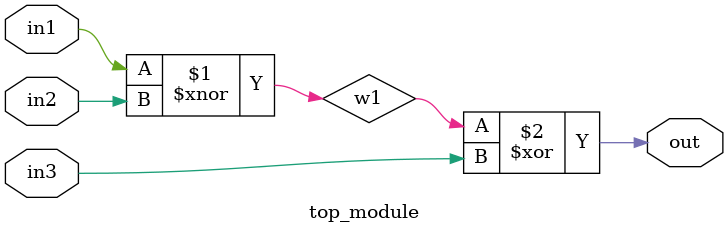
<source format=v>
module top_module (
    input in1,
    input in2,
    input in3,
    output out);
    wire w1;
    assign w1=in1~^in2;
    assign out=w1^in3;

endmodule

</source>
